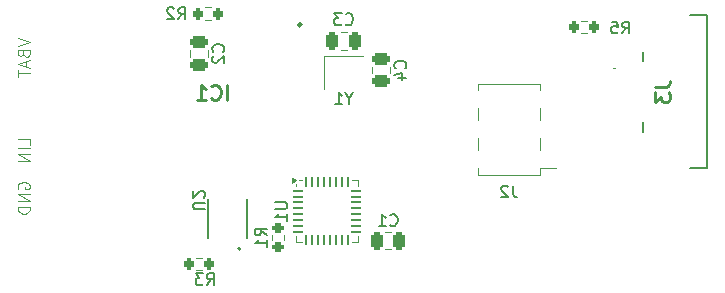
<source format=gbr>
%TF.GenerationSoftware,KiCad,Pcbnew,9.0.0*%
%TF.CreationDate,2026-02-06T13:22:11+01:00*%
%TF.ProjectId,Integrated_ACG_separate_v2,496e7465-6772-4617-9465-645f4143475f,rev?*%
%TF.SameCoordinates,Original*%
%TF.FileFunction,Legend,Bot*%
%TF.FilePolarity,Positive*%
%FSLAX46Y46*%
G04 Gerber Fmt 4.6, Leading zero omitted, Abs format (unit mm)*
G04 Created by KiCad (PCBNEW 9.0.0) date 2026-02-06 13:22:11*
%MOMM*%
%LPD*%
G01*
G04 APERTURE LIST*
G04 Aperture macros list*
%AMRoundRect*
0 Rectangle with rounded corners*
0 $1 Rounding radius*
0 $2 $3 $4 $5 $6 $7 $8 $9 X,Y pos of 4 corners*
0 Add a 4 corners polygon primitive as box body*
4,1,4,$2,$3,$4,$5,$6,$7,$8,$9,$2,$3,0*
0 Add four circle primitives for the rounded corners*
1,1,$1+$1,$2,$3*
1,1,$1+$1,$4,$5*
1,1,$1+$1,$6,$7*
1,1,$1+$1,$8,$9*
0 Add four rect primitives between the rounded corners*
20,1,$1+$1,$2,$3,$4,$5,0*
20,1,$1+$1,$4,$5,$6,$7,0*
20,1,$1+$1,$6,$7,$8,$9,0*
20,1,$1+$1,$8,$9,$2,$3,0*%
G04 Aperture macros list end*
%ADD10C,0.100000*%
%ADD11C,0.150000*%
%ADD12C,0.254000*%
%ADD13C,0.120000*%
%ADD14C,0.200000*%
%ADD15C,0.250000*%
%ADD16C,0.152400*%
%ADD17R,3.300000X3.300000*%
%ADD18RoundRect,0.062500X-0.375000X0.062500X-0.375000X-0.062500X0.375000X-0.062500X0.375000X0.062500X0*%
%ADD19RoundRect,0.062500X-0.062500X0.375000X-0.062500X-0.375000X0.062500X-0.375000X0.062500X0.375000X0*%
%ADD20RoundRect,0.250000X-0.250000X-0.475000X0.250000X-0.475000X0.250000X0.475000X-0.250000X0.475000X0*%
%ADD21R,3.000000X1.000000*%
%ADD22R,1.150000X1.000000*%
%ADD23R,2.000000X0.610000*%
%ADD24R,3.600000X2.680000*%
%ADD25RoundRect,0.200000X-0.200000X-0.275000X0.200000X-0.275000X0.200000X0.275000X-0.200000X0.275000X0*%
%ADD26RoundRect,0.250000X0.250000X0.475000X-0.250000X0.475000X-0.250000X-0.475000X0.250000X-0.475000X0*%
%ADD27RoundRect,0.200000X0.200000X0.275000X-0.200000X0.275000X-0.200000X-0.275000X0.200000X-0.275000X0*%
%ADD28RoundRect,0.250000X0.475000X-0.250000X0.475000X0.250000X-0.475000X0.250000X-0.475000X-0.250000X0*%
%ADD29RoundRect,0.200000X-0.275000X0.200000X-0.275000X-0.200000X0.275000X-0.200000X0.275000X0.200000X0*%
%ADD30R,0.850000X0.300000*%
%ADD31R,0.300000X0.850000*%
%ADD32R,3.200000X3.200000*%
%ADD33R,0.305600X0.757199*%
%ADD34R,2.438400X1.651000*%
%ADD35C,1.905000*%
G04 APERTURE END LIST*
D10*
X202422424Y-144159926D02*
X202422424Y-143683736D01*
X202422424Y-143683736D02*
X201422424Y-143683736D01*
X202422424Y-144493260D02*
X201422424Y-144493260D01*
X202422424Y-144969450D02*
X201422424Y-144969450D01*
X201422424Y-144969450D02*
X202422424Y-145540878D01*
X202422424Y-145540878D02*
X201422424Y-145540878D01*
X201422424Y-135140879D02*
X202422424Y-135474212D01*
X202422424Y-135474212D02*
X201422424Y-135807545D01*
X201898614Y-136474212D02*
X201946233Y-136617069D01*
X201946233Y-136617069D02*
X201993852Y-136664688D01*
X201993852Y-136664688D02*
X202089090Y-136712307D01*
X202089090Y-136712307D02*
X202231947Y-136712307D01*
X202231947Y-136712307D02*
X202327185Y-136664688D01*
X202327185Y-136664688D02*
X202374805Y-136617069D01*
X202374805Y-136617069D02*
X202422424Y-136521831D01*
X202422424Y-136521831D02*
X202422424Y-136140879D01*
X202422424Y-136140879D02*
X201422424Y-136140879D01*
X201422424Y-136140879D02*
X201422424Y-136474212D01*
X201422424Y-136474212D02*
X201470043Y-136569450D01*
X201470043Y-136569450D02*
X201517662Y-136617069D01*
X201517662Y-136617069D02*
X201612900Y-136664688D01*
X201612900Y-136664688D02*
X201708138Y-136664688D01*
X201708138Y-136664688D02*
X201803376Y-136617069D01*
X201803376Y-136617069D02*
X201850995Y-136569450D01*
X201850995Y-136569450D02*
X201898614Y-136474212D01*
X201898614Y-136474212D02*
X201898614Y-136140879D01*
X202136709Y-137093260D02*
X202136709Y-137569450D01*
X202422424Y-136998022D02*
X201422424Y-137331355D01*
X201422424Y-137331355D02*
X202422424Y-137664688D01*
X201422424Y-137855165D02*
X201422424Y-138426593D01*
X202422424Y-138140879D02*
X201422424Y-138140879D01*
X201470043Y-147907545D02*
X201422424Y-147812307D01*
X201422424Y-147812307D02*
X201422424Y-147669450D01*
X201422424Y-147669450D02*
X201470043Y-147526593D01*
X201470043Y-147526593D02*
X201565281Y-147431355D01*
X201565281Y-147431355D02*
X201660519Y-147383736D01*
X201660519Y-147383736D02*
X201850995Y-147336117D01*
X201850995Y-147336117D02*
X201993852Y-147336117D01*
X201993852Y-147336117D02*
X202184328Y-147383736D01*
X202184328Y-147383736D02*
X202279566Y-147431355D01*
X202279566Y-147431355D02*
X202374805Y-147526593D01*
X202374805Y-147526593D02*
X202422424Y-147669450D01*
X202422424Y-147669450D02*
X202422424Y-147764688D01*
X202422424Y-147764688D02*
X202374805Y-147907545D01*
X202374805Y-147907545D02*
X202327185Y-147955164D01*
X202327185Y-147955164D02*
X201993852Y-147955164D01*
X201993852Y-147955164D02*
X201993852Y-147764688D01*
X202422424Y-148383736D02*
X201422424Y-148383736D01*
X201422424Y-148383736D02*
X202422424Y-148955164D01*
X202422424Y-148955164D02*
X201422424Y-148955164D01*
X202422424Y-149431355D02*
X201422424Y-149431355D01*
X201422424Y-149431355D02*
X201422424Y-149669450D01*
X201422424Y-149669450D02*
X201470043Y-149812307D01*
X201470043Y-149812307D02*
X201565281Y-149907545D01*
X201565281Y-149907545D02*
X201660519Y-149955164D01*
X201660519Y-149955164D02*
X201850995Y-150002783D01*
X201850995Y-150002783D02*
X201993852Y-150002783D01*
X201993852Y-150002783D02*
X202184328Y-149955164D01*
X202184328Y-149955164D02*
X202279566Y-149907545D01*
X202279566Y-149907545D02*
X202374805Y-149812307D01*
X202374805Y-149812307D02*
X202422424Y-149669450D01*
X202422424Y-149669450D02*
X202422424Y-149431355D01*
D11*
X223224819Y-149050595D02*
X224034342Y-149050595D01*
X224034342Y-149050595D02*
X224129580Y-149098214D01*
X224129580Y-149098214D02*
X224177200Y-149145833D01*
X224177200Y-149145833D02*
X224224819Y-149241071D01*
X224224819Y-149241071D02*
X224224819Y-149431547D01*
X224224819Y-149431547D02*
X224177200Y-149526785D01*
X224177200Y-149526785D02*
X224129580Y-149574404D01*
X224129580Y-149574404D02*
X224034342Y-149622023D01*
X224034342Y-149622023D02*
X223224819Y-149622023D01*
X224224819Y-150622023D02*
X224224819Y-150050595D01*
X224224819Y-150336309D02*
X223224819Y-150336309D01*
X223224819Y-150336309D02*
X223367676Y-150241071D01*
X223367676Y-150241071D02*
X223462914Y-150145833D01*
X223462914Y-150145833D02*
X223510533Y-150050595D01*
X229166666Y-133959580D02*
X229214285Y-134007200D01*
X229214285Y-134007200D02*
X229357142Y-134054819D01*
X229357142Y-134054819D02*
X229452380Y-134054819D01*
X229452380Y-134054819D02*
X229595237Y-134007200D01*
X229595237Y-134007200D02*
X229690475Y-133911961D01*
X229690475Y-133911961D02*
X229738094Y-133816723D01*
X229738094Y-133816723D02*
X229785713Y-133626247D01*
X229785713Y-133626247D02*
X229785713Y-133483390D01*
X229785713Y-133483390D02*
X229738094Y-133292914D01*
X229738094Y-133292914D02*
X229690475Y-133197676D01*
X229690475Y-133197676D02*
X229595237Y-133102438D01*
X229595237Y-133102438D02*
X229452380Y-133054819D01*
X229452380Y-133054819D02*
X229357142Y-133054819D01*
X229357142Y-133054819D02*
X229214285Y-133102438D01*
X229214285Y-133102438D02*
X229166666Y-133150057D01*
X228833332Y-133054819D02*
X228214285Y-133054819D01*
X228214285Y-133054819D02*
X228547618Y-133435771D01*
X228547618Y-133435771D02*
X228404761Y-133435771D01*
X228404761Y-133435771D02*
X228309523Y-133483390D01*
X228309523Y-133483390D02*
X228261904Y-133531009D01*
X228261904Y-133531009D02*
X228214285Y-133626247D01*
X228214285Y-133626247D02*
X228214285Y-133864342D01*
X228214285Y-133864342D02*
X228261904Y-133959580D01*
X228261904Y-133959580D02*
X228309523Y-134007200D01*
X228309523Y-134007200D02*
X228404761Y-134054819D01*
X228404761Y-134054819D02*
X228690475Y-134054819D01*
X228690475Y-134054819D02*
X228785713Y-134007200D01*
X228785713Y-134007200D02*
X228833332Y-133959580D01*
X243343333Y-147634819D02*
X243343333Y-148349104D01*
X243343333Y-148349104D02*
X243390952Y-148491961D01*
X243390952Y-148491961D02*
X243486190Y-148587200D01*
X243486190Y-148587200D02*
X243629047Y-148634819D01*
X243629047Y-148634819D02*
X243724285Y-148634819D01*
X242914761Y-147730057D02*
X242867142Y-147682438D01*
X242867142Y-147682438D02*
X242771904Y-147634819D01*
X242771904Y-147634819D02*
X242533809Y-147634819D01*
X242533809Y-147634819D02*
X242438571Y-147682438D01*
X242438571Y-147682438D02*
X242390952Y-147730057D01*
X242390952Y-147730057D02*
X242343333Y-147825295D01*
X242343333Y-147825295D02*
X242343333Y-147920533D01*
X242343333Y-147920533D02*
X242390952Y-148063390D01*
X242390952Y-148063390D02*
X242962380Y-148634819D01*
X242962380Y-148634819D02*
X242343333Y-148634819D01*
X229481190Y-140268628D02*
X229481190Y-140744819D01*
X229814523Y-139744819D02*
X229481190Y-140268628D01*
X229481190Y-140268628D02*
X229147857Y-139744819D01*
X228290714Y-140744819D02*
X228862142Y-140744819D01*
X228576428Y-140744819D02*
X228576428Y-139744819D01*
X228576428Y-139744819D02*
X228671666Y-139887676D01*
X228671666Y-139887676D02*
X228766904Y-139982914D01*
X228766904Y-139982914D02*
X228862142Y-140030533D01*
D12*
X255364318Y-139266667D02*
X256271461Y-139266667D01*
X256271461Y-139266667D02*
X256452889Y-139206190D01*
X256452889Y-139206190D02*
X256573842Y-139085238D01*
X256573842Y-139085238D02*
X256634318Y-138903809D01*
X256634318Y-138903809D02*
X256634318Y-138782857D01*
X255364318Y-139750476D02*
X255364318Y-140536667D01*
X255364318Y-140536667D02*
X255848127Y-140113333D01*
X255848127Y-140113333D02*
X255848127Y-140294762D01*
X255848127Y-140294762D02*
X255908603Y-140415714D01*
X255908603Y-140415714D02*
X255969080Y-140476190D01*
X255969080Y-140476190D02*
X256090032Y-140536667D01*
X256090032Y-140536667D02*
X256392413Y-140536667D01*
X256392413Y-140536667D02*
X256513365Y-140476190D01*
X256513365Y-140476190D02*
X256573842Y-140415714D01*
X256573842Y-140415714D02*
X256634318Y-140294762D01*
X256634318Y-140294762D02*
X256634318Y-139931905D01*
X256634318Y-139931905D02*
X256573842Y-139810952D01*
X256573842Y-139810952D02*
X256513365Y-139750476D01*
D11*
X215016666Y-133554819D02*
X215349999Y-133078628D01*
X215588094Y-133554819D02*
X215588094Y-132554819D01*
X215588094Y-132554819D02*
X215207142Y-132554819D01*
X215207142Y-132554819D02*
X215111904Y-132602438D01*
X215111904Y-132602438D02*
X215064285Y-132650057D01*
X215064285Y-132650057D02*
X215016666Y-132745295D01*
X215016666Y-132745295D02*
X215016666Y-132888152D01*
X215016666Y-132888152D02*
X215064285Y-132983390D01*
X215064285Y-132983390D02*
X215111904Y-133031009D01*
X215111904Y-133031009D02*
X215207142Y-133078628D01*
X215207142Y-133078628D02*
X215588094Y-133078628D01*
X214635713Y-132650057D02*
X214588094Y-132602438D01*
X214588094Y-132602438D02*
X214492856Y-132554819D01*
X214492856Y-132554819D02*
X214254761Y-132554819D01*
X214254761Y-132554819D02*
X214159523Y-132602438D01*
X214159523Y-132602438D02*
X214111904Y-132650057D01*
X214111904Y-132650057D02*
X214064285Y-132745295D01*
X214064285Y-132745295D02*
X214064285Y-132840533D01*
X214064285Y-132840533D02*
X214111904Y-132983390D01*
X214111904Y-132983390D02*
X214683332Y-133554819D01*
X214683332Y-133554819D02*
X214064285Y-133554819D01*
X232946666Y-150969580D02*
X232994285Y-151017200D01*
X232994285Y-151017200D02*
X233137142Y-151064819D01*
X233137142Y-151064819D02*
X233232380Y-151064819D01*
X233232380Y-151064819D02*
X233375237Y-151017200D01*
X233375237Y-151017200D02*
X233470475Y-150921961D01*
X233470475Y-150921961D02*
X233518094Y-150826723D01*
X233518094Y-150826723D02*
X233565713Y-150636247D01*
X233565713Y-150636247D02*
X233565713Y-150493390D01*
X233565713Y-150493390D02*
X233518094Y-150302914D01*
X233518094Y-150302914D02*
X233470475Y-150207676D01*
X233470475Y-150207676D02*
X233375237Y-150112438D01*
X233375237Y-150112438D02*
X233232380Y-150064819D01*
X233232380Y-150064819D02*
X233137142Y-150064819D01*
X233137142Y-150064819D02*
X232994285Y-150112438D01*
X232994285Y-150112438D02*
X232946666Y-150160057D01*
X231994285Y-151064819D02*
X232565713Y-151064819D01*
X232279999Y-151064819D02*
X232279999Y-150064819D01*
X232279999Y-150064819D02*
X232375237Y-150207676D01*
X232375237Y-150207676D02*
X232470475Y-150302914D01*
X232470475Y-150302914D02*
X232565713Y-150350533D01*
X217416666Y-156064819D02*
X217749999Y-155588628D01*
X217988094Y-156064819D02*
X217988094Y-155064819D01*
X217988094Y-155064819D02*
X217607142Y-155064819D01*
X217607142Y-155064819D02*
X217511904Y-155112438D01*
X217511904Y-155112438D02*
X217464285Y-155160057D01*
X217464285Y-155160057D02*
X217416666Y-155255295D01*
X217416666Y-155255295D02*
X217416666Y-155398152D01*
X217416666Y-155398152D02*
X217464285Y-155493390D01*
X217464285Y-155493390D02*
X217511904Y-155541009D01*
X217511904Y-155541009D02*
X217607142Y-155588628D01*
X217607142Y-155588628D02*
X217988094Y-155588628D01*
X217083332Y-155064819D02*
X216464285Y-155064819D01*
X216464285Y-155064819D02*
X216797618Y-155445771D01*
X216797618Y-155445771D02*
X216654761Y-155445771D01*
X216654761Y-155445771D02*
X216559523Y-155493390D01*
X216559523Y-155493390D02*
X216511904Y-155541009D01*
X216511904Y-155541009D02*
X216464285Y-155636247D01*
X216464285Y-155636247D02*
X216464285Y-155874342D01*
X216464285Y-155874342D02*
X216511904Y-155969580D01*
X216511904Y-155969580D02*
X216559523Y-156017200D01*
X216559523Y-156017200D02*
X216654761Y-156064819D01*
X216654761Y-156064819D02*
X216940475Y-156064819D01*
X216940475Y-156064819D02*
X217035713Y-156017200D01*
X217035713Y-156017200D02*
X217083332Y-155969580D01*
X218789580Y-136293333D02*
X218837200Y-136245714D01*
X218837200Y-136245714D02*
X218884819Y-136102857D01*
X218884819Y-136102857D02*
X218884819Y-136007619D01*
X218884819Y-136007619D02*
X218837200Y-135864762D01*
X218837200Y-135864762D02*
X218741961Y-135769524D01*
X218741961Y-135769524D02*
X218646723Y-135721905D01*
X218646723Y-135721905D02*
X218456247Y-135674286D01*
X218456247Y-135674286D02*
X218313390Y-135674286D01*
X218313390Y-135674286D02*
X218122914Y-135721905D01*
X218122914Y-135721905D02*
X218027676Y-135769524D01*
X218027676Y-135769524D02*
X217932438Y-135864762D01*
X217932438Y-135864762D02*
X217884819Y-136007619D01*
X217884819Y-136007619D02*
X217884819Y-136102857D01*
X217884819Y-136102857D02*
X217932438Y-136245714D01*
X217932438Y-136245714D02*
X217980057Y-136293333D01*
X217980057Y-136674286D02*
X217932438Y-136721905D01*
X217932438Y-136721905D02*
X217884819Y-136817143D01*
X217884819Y-136817143D02*
X217884819Y-137055238D01*
X217884819Y-137055238D02*
X217932438Y-137150476D01*
X217932438Y-137150476D02*
X217980057Y-137198095D01*
X217980057Y-137198095D02*
X218075295Y-137245714D01*
X218075295Y-137245714D02*
X218170533Y-137245714D01*
X218170533Y-137245714D02*
X218313390Y-137198095D01*
X218313390Y-137198095D02*
X218884819Y-136626667D01*
X218884819Y-136626667D02*
X218884819Y-137245714D01*
X222484819Y-151853333D02*
X222008628Y-151520000D01*
X222484819Y-151281905D02*
X221484819Y-151281905D01*
X221484819Y-151281905D02*
X221484819Y-151662857D01*
X221484819Y-151662857D02*
X221532438Y-151758095D01*
X221532438Y-151758095D02*
X221580057Y-151805714D01*
X221580057Y-151805714D02*
X221675295Y-151853333D01*
X221675295Y-151853333D02*
X221818152Y-151853333D01*
X221818152Y-151853333D02*
X221913390Y-151805714D01*
X221913390Y-151805714D02*
X221961009Y-151758095D01*
X221961009Y-151758095D02*
X222008628Y-151662857D01*
X222008628Y-151662857D02*
X222008628Y-151281905D01*
X222484819Y-152805714D02*
X222484819Y-152234286D01*
X222484819Y-152520000D02*
X221484819Y-152520000D01*
X221484819Y-152520000D02*
X221627676Y-152424762D01*
X221627676Y-152424762D02*
X221722914Y-152329524D01*
X221722914Y-152329524D02*
X221770533Y-152234286D01*
D12*
X219139762Y-140374318D02*
X219139762Y-139104318D01*
X217809285Y-140253365D02*
X217869761Y-140313842D01*
X217869761Y-140313842D02*
X218051190Y-140374318D01*
X218051190Y-140374318D02*
X218172142Y-140374318D01*
X218172142Y-140374318D02*
X218353571Y-140313842D01*
X218353571Y-140313842D02*
X218474523Y-140192889D01*
X218474523Y-140192889D02*
X218535000Y-140071937D01*
X218535000Y-140071937D02*
X218595476Y-139830032D01*
X218595476Y-139830032D02*
X218595476Y-139648603D01*
X218595476Y-139648603D02*
X218535000Y-139406699D01*
X218535000Y-139406699D02*
X218474523Y-139285746D01*
X218474523Y-139285746D02*
X218353571Y-139164794D01*
X218353571Y-139164794D02*
X218172142Y-139104318D01*
X218172142Y-139104318D02*
X218051190Y-139104318D01*
X218051190Y-139104318D02*
X217869761Y-139164794D01*
X217869761Y-139164794D02*
X217809285Y-139225270D01*
X216599761Y-140374318D02*
X217325476Y-140374318D01*
X216962619Y-140374318D02*
X216962619Y-139104318D01*
X216962619Y-139104318D02*
X217083571Y-139285746D01*
X217083571Y-139285746D02*
X217204523Y-139406699D01*
X217204523Y-139406699D02*
X217325476Y-139467175D01*
D11*
X252606666Y-134754819D02*
X252939999Y-134278628D01*
X253178094Y-134754819D02*
X253178094Y-133754819D01*
X253178094Y-133754819D02*
X252797142Y-133754819D01*
X252797142Y-133754819D02*
X252701904Y-133802438D01*
X252701904Y-133802438D02*
X252654285Y-133850057D01*
X252654285Y-133850057D02*
X252606666Y-133945295D01*
X252606666Y-133945295D02*
X252606666Y-134088152D01*
X252606666Y-134088152D02*
X252654285Y-134183390D01*
X252654285Y-134183390D02*
X252701904Y-134231009D01*
X252701904Y-134231009D02*
X252797142Y-134278628D01*
X252797142Y-134278628D02*
X253178094Y-134278628D01*
X251701904Y-133754819D02*
X252178094Y-133754819D01*
X252178094Y-133754819D02*
X252225713Y-134231009D01*
X252225713Y-134231009D02*
X252178094Y-134183390D01*
X252178094Y-134183390D02*
X252082856Y-134135771D01*
X252082856Y-134135771D02*
X251844761Y-134135771D01*
X251844761Y-134135771D02*
X251749523Y-134183390D01*
X251749523Y-134183390D02*
X251701904Y-134231009D01*
X251701904Y-134231009D02*
X251654285Y-134326247D01*
X251654285Y-134326247D02*
X251654285Y-134564342D01*
X251654285Y-134564342D02*
X251701904Y-134659580D01*
X251701904Y-134659580D02*
X251749523Y-134707200D01*
X251749523Y-134707200D02*
X251844761Y-134754819D01*
X251844761Y-134754819D02*
X252082856Y-134754819D01*
X252082856Y-134754819D02*
X252178094Y-134707200D01*
X252178094Y-134707200D02*
X252225713Y-134659580D01*
X234209580Y-137693333D02*
X234257200Y-137645714D01*
X234257200Y-137645714D02*
X234304819Y-137502857D01*
X234304819Y-137502857D02*
X234304819Y-137407619D01*
X234304819Y-137407619D02*
X234257200Y-137264762D01*
X234257200Y-137264762D02*
X234161961Y-137169524D01*
X234161961Y-137169524D02*
X234066723Y-137121905D01*
X234066723Y-137121905D02*
X233876247Y-137074286D01*
X233876247Y-137074286D02*
X233733390Y-137074286D01*
X233733390Y-137074286D02*
X233542914Y-137121905D01*
X233542914Y-137121905D02*
X233447676Y-137169524D01*
X233447676Y-137169524D02*
X233352438Y-137264762D01*
X233352438Y-137264762D02*
X233304819Y-137407619D01*
X233304819Y-137407619D02*
X233304819Y-137502857D01*
X233304819Y-137502857D02*
X233352438Y-137645714D01*
X233352438Y-137645714D02*
X233400057Y-137693333D01*
X233638152Y-138550476D02*
X234304819Y-138550476D01*
X233257200Y-138312381D02*
X233971485Y-138074286D01*
X233971485Y-138074286D02*
X233971485Y-138693333D01*
X217245180Y-149661904D02*
X216435657Y-149661904D01*
X216435657Y-149661904D02*
X216340419Y-149614285D01*
X216340419Y-149614285D02*
X216292800Y-149566666D01*
X216292800Y-149566666D02*
X216245180Y-149471428D01*
X216245180Y-149471428D02*
X216245180Y-149280952D01*
X216245180Y-149280952D02*
X216292800Y-149185714D01*
X216292800Y-149185714D02*
X216340419Y-149138095D01*
X216340419Y-149138095D02*
X216435657Y-149090476D01*
X216435657Y-149090476D02*
X217245180Y-149090476D01*
X217149942Y-148661904D02*
X217197561Y-148614285D01*
X217197561Y-148614285D02*
X217245180Y-148519047D01*
X217245180Y-148519047D02*
X217245180Y-148280952D01*
X217245180Y-148280952D02*
X217197561Y-148185714D01*
X217197561Y-148185714D02*
X217149942Y-148138095D01*
X217149942Y-148138095D02*
X217054704Y-148090476D01*
X217054704Y-148090476D02*
X216959466Y-148090476D01*
X216959466Y-148090476D02*
X216816609Y-148138095D01*
X216816609Y-148138095D02*
X216245180Y-148709523D01*
X216245180Y-148709523D02*
X216245180Y-148090476D01*
D13*
%TO.C,U1*%
X224990000Y-147202500D02*
X224660000Y-147442500D01*
X224660000Y-146962500D01*
X224990000Y-147202500D01*
G36*
X224990000Y-147202500D02*
G01*
X224660000Y-147442500D01*
X224660000Y-146962500D01*
X224990000Y-147202500D01*
G37*
X230210000Y-152422500D02*
X229735000Y-152422500D01*
X230210000Y-151947500D02*
X230210000Y-152422500D01*
X230210000Y-147677500D02*
X230210000Y-147202500D01*
X230210000Y-147202500D02*
X229735000Y-147202500D01*
X225465000Y-147202500D02*
X225230000Y-147202500D01*
X224990000Y-152422500D02*
X225465000Y-152422500D01*
X224990000Y-151947500D02*
X224990000Y-152422500D01*
X224990000Y-147677500D02*
X224990000Y-147502500D01*
%TO.C,C3*%
X228748748Y-134665000D02*
X229271252Y-134665000D01*
X228748748Y-136135000D02*
X229271252Y-136135000D01*
%TO.C,J2*%
X240410000Y-139000000D02*
X245610000Y-139000000D01*
X240410000Y-139570000D02*
X240410000Y-139000000D01*
X240410000Y-142110000D02*
X240410000Y-141090000D01*
X240410000Y-144650000D02*
X240410000Y-143630000D01*
X240410000Y-146740000D02*
X240410000Y-146170000D01*
X240410000Y-146740000D02*
X245610000Y-146740000D01*
X245610000Y-139570000D02*
X245610000Y-139000000D01*
X245610000Y-142110000D02*
X245610000Y-141090000D01*
X245610000Y-144650000D02*
X245610000Y-143630000D01*
X245610000Y-146170000D02*
X246970000Y-146170000D01*
X245610000Y-146740000D02*
X245610000Y-146170000D01*
%TO.C,Y1*%
X227355000Y-136690000D02*
X230655000Y-136690000D01*
X227355000Y-139490000D02*
X227355000Y-136690000D01*
D10*
%TO.C,J3*%
X251860000Y-137690000D02*
X251860000Y-137690000D01*
X251960000Y-137690000D02*
X251960000Y-137690000D01*
D14*
X254360000Y-136290000D02*
X254360000Y-137090000D01*
X254360000Y-142290000D02*
X254360000Y-143090000D01*
X258360000Y-133230000D02*
X259760000Y-133230000D01*
X259760000Y-133230000D02*
X259760000Y-146150000D01*
X259760000Y-146150000D02*
X258360000Y-146150000D01*
D10*
X251860000Y-137690000D02*
G75*
G02*
X251960000Y-137690000I50000J0D01*
G01*
X251960000Y-137690000D02*
G75*
G02*
X251860000Y-137690000I-50000J0D01*
G01*
D13*
%TO.C,R2*%
X217262742Y-132557500D02*
X217737258Y-132557500D01*
X217262742Y-133602500D02*
X217737258Y-133602500D01*
%TO.C,C1*%
X233041252Y-151555000D02*
X232518748Y-151555000D01*
X233041252Y-153025000D02*
X232518748Y-153025000D01*
%TO.C,R3*%
X216987258Y-154772500D02*
X216512742Y-154772500D01*
X216987258Y-153727500D02*
X216512742Y-153727500D01*
%TO.C,C2*%
X216015000Y-136721252D02*
X216015000Y-136198748D01*
X217485000Y-136721252D02*
X217485000Y-136198748D01*
%TO.C,R1*%
X222937500Y-151782742D02*
X222937500Y-152257258D01*
X223982500Y-151782742D02*
X223982500Y-152257258D01*
D15*
%TO.C,IC1*%
X225420000Y-134020000D02*
G75*
G02*
X225170000Y-134020000I-125000J0D01*
G01*
X225170000Y-134020000D02*
G75*
G02*
X225420000Y-134020000I125000J0D01*
G01*
D13*
%TO.C,R5*%
X249597258Y-133707500D02*
X249122742Y-133707500D01*
X249597258Y-134752500D02*
X249122742Y-134752500D01*
%TO.C,C4*%
X231435000Y-138121252D02*
X231435000Y-137598748D01*
X232905000Y-138121252D02*
X232905000Y-137598748D01*
D16*
%TO.C,U2*%
X217493000Y-152095600D02*
X217493000Y-148742800D01*
X220845800Y-148742800D02*
X220845800Y-152095600D01*
X220261600Y-152979799D02*
G75*
G02*
X220058400Y-152979799I-101600J0D01*
G01*
X220058400Y-152979799D02*
G75*
G02*
X220261600Y-152979799I101600J0D01*
G01*
%TD*%
%LPC*%
D17*
%TO.C,U1*%
X227600000Y-149812500D03*
D18*
X225162500Y-148062500D03*
X225162500Y-148562500D03*
X225162500Y-149062500D03*
X225162500Y-149562500D03*
X225162500Y-150062500D03*
X225162500Y-150562500D03*
X225162500Y-151062500D03*
X225162500Y-151562500D03*
D19*
X225850000Y-152250000D03*
X226350000Y-152250000D03*
X226850000Y-152250000D03*
X227350000Y-152250000D03*
X227850000Y-152250000D03*
X228350000Y-152250000D03*
X228850000Y-152250000D03*
X229350000Y-152250000D03*
D18*
X230037500Y-151562500D03*
X230037500Y-151062500D03*
X230037500Y-150562500D03*
X230037500Y-150062500D03*
X230037500Y-149562500D03*
X230037500Y-149062500D03*
X230037500Y-148562500D03*
X230037500Y-148062500D03*
D19*
X229350000Y-147375000D03*
X228850000Y-147375000D03*
X228350000Y-147375000D03*
X227850000Y-147375000D03*
X227350000Y-147375000D03*
X226850000Y-147375000D03*
X226350000Y-147375000D03*
X225850000Y-147375000D03*
%TD*%
D20*
%TO.C,C3*%
X228060000Y-135400000D03*
X229960000Y-135400000D03*
%TD*%
D21*
%TO.C,J2*%
X245530000Y-145410000D03*
X240490000Y-145410000D03*
X245530000Y-142870000D03*
X240490000Y-142870000D03*
X245530000Y-140330000D03*
X240490000Y-140330000D03*
%TD*%
D22*
%TO.C,Y1*%
X228130000Y-137390000D03*
X229880000Y-137390000D03*
X229880000Y-138790000D03*
X228130000Y-138790000D03*
%TD*%
D23*
%TO.C,J3*%
X253360000Y-137690000D03*
X253360000Y-138690000D03*
X253360000Y-139690000D03*
X253360000Y-140690000D03*
X253360000Y-141690000D03*
D24*
X256160000Y-134700000D03*
X256160000Y-144680000D03*
%TD*%
D25*
%TO.C,R2*%
X216675000Y-133080000D03*
X218325000Y-133080000D03*
%TD*%
D26*
%TO.C,C1*%
X233730000Y-152290000D03*
X231830000Y-152290000D03*
%TD*%
D27*
%TO.C,R3*%
X217575000Y-154250000D03*
X215925000Y-154250000D03*
%TD*%
D28*
%TO.C,C2*%
X216750000Y-137410000D03*
X216750000Y-135510000D03*
%TD*%
D29*
%TO.C,R1*%
X223460000Y-151195000D03*
X223460000Y-152845000D03*
%TD*%
D30*
%TO.C,IC1*%
X224870000Y-134770000D03*
X224870000Y-135270000D03*
X224870000Y-135770000D03*
X224870000Y-136270000D03*
X224870000Y-136770000D03*
X224870000Y-137270000D03*
X224870000Y-137770000D03*
X224870000Y-138270000D03*
D31*
X224170000Y-138970000D03*
X223670000Y-138970000D03*
X223170000Y-138970000D03*
X222670000Y-138970000D03*
X222170000Y-138970000D03*
X221670000Y-138970000D03*
X221170000Y-138970000D03*
X220670000Y-138970000D03*
D30*
X219970000Y-138270000D03*
X219970000Y-137770000D03*
X219970000Y-137270000D03*
X219970000Y-136770000D03*
X219970000Y-136270000D03*
X219970000Y-135770000D03*
X219970000Y-135270000D03*
X219970000Y-134770000D03*
D31*
X220670000Y-134070000D03*
X221170000Y-134070000D03*
X221670000Y-134070000D03*
X222170000Y-134070000D03*
X222670000Y-134070000D03*
X223170000Y-134070000D03*
X223670000Y-134070000D03*
X224170000Y-134070000D03*
D32*
X222420000Y-136520000D03*
%TD*%
D27*
%TO.C,R5*%
X250185000Y-134230000D03*
X248535000Y-134230000D03*
%TD*%
D28*
%TO.C,C4*%
X232170000Y-138810000D03*
X232170000Y-136910000D03*
%TD*%
D33*
%TO.C,U2*%
X220160000Y-151890000D03*
X219499600Y-151890000D03*
X218839200Y-151890000D03*
X218178800Y-151890000D03*
X218178800Y-148948400D03*
X218839200Y-148948400D03*
X219499600Y-148948400D03*
X220160000Y-148948400D03*
D34*
X219169400Y-150419200D03*
%TD*%
D35*
%TO.C,J1*%
X207510005Y-148679893D03*
X207510005Y-144679893D03*
X207510005Y-140679893D03*
X207510005Y-136679893D03*
%TD*%
%LPD*%
M02*

</source>
